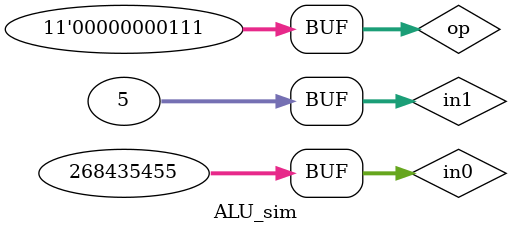
<source format=v>
`timescale 1ns / 1ps


module ALU_sim(

    );
reg [10:0] op;
    reg [31:0] in0,in1;
    wire [31:0] out;
    wire carryout,overflow,zero;
    ALU32 alu(op,in0,in1,carryout,overflow,zero,out);
    initial
    begin
    //add
         op=11'b00000100000;        
         in0=32'hf2340000;
         in1=32'h80000000;
    #20  in0=32'h7fffffff;
         in1=32'h70000001;
    #20  in0=32'h7fffffff;
         in1=32'hf0000001;
    #20  in0=32'hffffffff;
         in1=32'h00000001;
    //addu          
    #20  op=11'b00000100001;   
         in0=32'hf2340000;
         in1=32'h80000000;
    #20  in0=32'h7fffffff;
         in1=32'h70000001;
    #20  in0=32'hffffffff;
         in1=32'h00000001;
    //sub    
    #20  op=11'b00000100010;        
         in0=32'h72340000;
         in1=32'h60000000;
    #20  in0=32'h7fffffff;
         in1=32'hf0000001;
    #20  in0=32'hf00fffff;
         in1=32'h7ffffff1;
    #20  in0=32'hffffffff;
         in1=32'hffffffff;
    #20  in0=32'hf0000000;
         in1=32'h0fffffff; 
    //subu
    #20  op=11'b00000100011;        
         in0=32'h72340000;
         in1=32'h60000000;
    #20  in0=32'h7fffffff;
         in1=32'hf0000001;
    #20  in0=32'hffffffff;
         in1=32'hffffffff;
    #20  in0=32'hf0000000;
         in1=32'h0fffffff; 
    //and
    #20  op=11'b00000100100;        
         in0=32'h72340000;
         in1=32'h60000000;
    #20  in0=32'h7fffffff;
         in1=32'h00000000; 
    //or
    #20  op=11'b00000100101;        
         in0=32'h00000000;
         in1=32'h00000000;
    #20  in0=32'h7fffffff;
         in1=32'hf0000001;
    //xor
    #20  op=11'b00000100110;        
         in0=32'ha0000000;
         in1=32'h50000000;
    #20  in0=32'h7fffffff;
         in1=32'hf0000001;
    //nor
    #20  op=11'b00000100111;        
         in0=32'h123451ff;
         in1=32'h60000000;
    #20  in0=32'h7fffffff;
         in1=32'hf0000001;
    //slt
    #20  op=11'b00000101010;        
         in0=32'h72340000;
         in1=32'hf0000000;
    #20  in0=32'h7000000f;
         in1=32'h7f000001;
    #20  in0=32'hf0001231;
         in1=32'h7ac34545;
    //sltu
    #20  op=11'b00000101011;        
         in0=32'h72340000;
         in1=32'hf0000000;
    #20  in0=32'h7000000f;
         in1=32'h7f000001;
    #20  in0=32'hf0001231;
         in1=32'h7ac34545;
    //shl
    #20  op=11'b00000000100;
         in0=32'hffffffff;
         in1=32'd5;
    //shr
    #20  op=11'b00000000110;
         in0=32'hffffffff;
         in1=32'd5;
    //sar
    #20  op=11'b00000000111;
         in0=32'hffffffff;
         in1=32'd3;
    #20  in0=32'h0fffffff;
         in1=32'd5;
    end
    
endmodule

</source>
